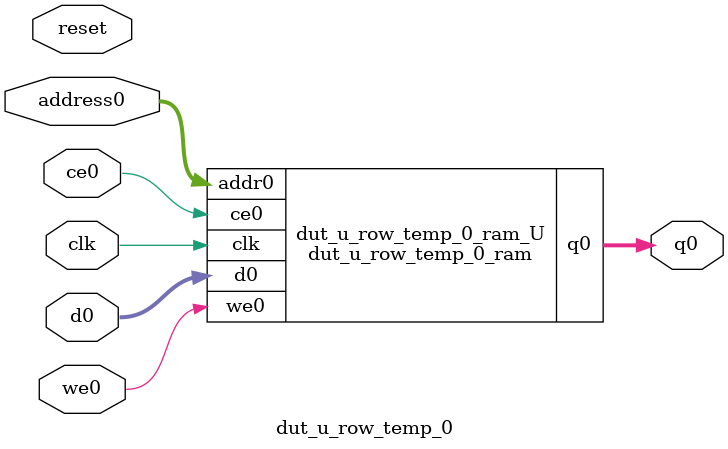
<source format=v>

`timescale 1 ns / 1 ps
module dut_u_row_temp_0_ram (addr0, ce0, d0, we0, q0,  clk);

parameter DWIDTH = 32;
parameter AWIDTH = 10;
parameter MEM_SIZE = 784;

input[AWIDTH-1:0] addr0;
input ce0;
input[DWIDTH-1:0] d0;
input we0;
output reg[DWIDTH-1:0] q0;
input clk;

(* ram_style = "block" *)reg [DWIDTH-1:0] ram[MEM_SIZE-1:0];




always @(posedge clk)  
begin 
    if (ce0) 
    begin
        if (we0) 
        begin 
            ram[addr0] <= d0; 
            q0 <= d0;
        end 
        else 
            q0 <= ram[addr0];
    end
end


endmodule


`timescale 1 ns / 1 ps
module dut_u_row_temp_0(
    reset,
    clk,
    address0,
    ce0,
    we0,
    d0,
    q0);

parameter DataWidth = 32'd32;
parameter AddressRange = 32'd784;
parameter AddressWidth = 32'd10;
input reset;
input clk;
input[AddressWidth - 1:0] address0;
input ce0;
input we0;
input[DataWidth - 1:0] d0;
output[DataWidth - 1:0] q0;



dut_u_row_temp_0_ram dut_u_row_temp_0_ram_U(
    .clk( clk ),
    .addr0( address0 ),
    .ce0( ce0 ),
    .d0( d0 ),
    .we0( we0 ),
    .q0( q0 ));

endmodule


</source>
